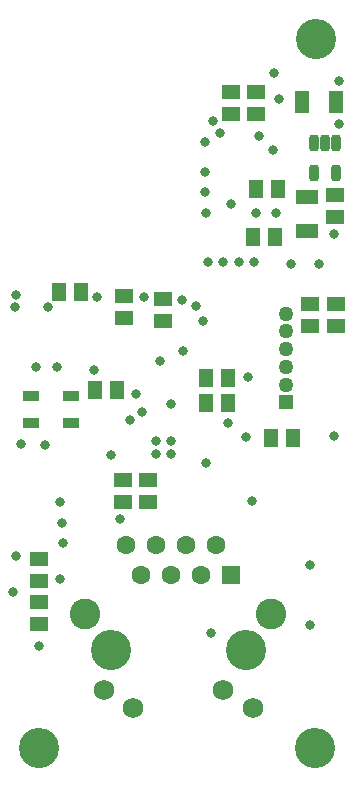
<source format=gbs>
G04*
G04 #@! TF.GenerationSoftware,Altium Limited,Altium Designer,20.0.10 (225)*
G04*
G04 Layer_Color=16711935*
%FSLAX25Y25*%
%MOIN*%
G70*
G01*
G75*
%ADD19R,0.04800X0.06300*%
%ADD20R,0.06300X0.04800*%
%ADD33R,0.05000X0.05000*%
%ADD34C,0.05000*%
%ADD35C,0.13398*%
%ADD36C,0.06824*%
%ADD37C,0.10249*%
%ADD38C,0.06304*%
%ADD39R,0.06304X0.06304*%
%ADD40C,0.03200*%
G04:AMPARAMS|DCode=85|XSize=55.64mil|YSize=31.23mil|CornerRadius=9.81mil|HoleSize=0mil|Usage=FLASHONLY|Rotation=270.000|XOffset=0mil|YOffset=0mil|HoleType=Round|Shape=RoundedRectangle|*
%AMROUNDEDRECTD85*
21,1,0.05564,0.01161,0,0,270.0*
21,1,0.03602,0.03123,0,0,270.0*
1,1,0.01961,-0.00581,-0.01801*
1,1,0.01961,-0.00581,0.01801*
1,1,0.01961,0.00581,0.01801*
1,1,0.01961,0.00581,-0.01801*
%
%ADD85ROUNDEDRECTD85*%
%ADD86R,0.07572X0.04934*%
%ADD87R,0.05600X0.03800*%
%ADD88R,0.04934X0.07572*%
D19*
X76200Y128172D02*
D03*
X68800D02*
D03*
X76200Y136500D02*
D03*
X68800D02*
D03*
X31800Y132500D02*
D03*
X39200D02*
D03*
X19800Y165000D02*
D03*
X27200D02*
D03*
X84300Y183500D02*
D03*
X91700D02*
D03*
X97700Y116500D02*
D03*
X90300D02*
D03*
X92700Y199300D02*
D03*
X85300D02*
D03*
D20*
X103500Y153800D02*
D03*
Y161200D02*
D03*
X49500Y95000D02*
D03*
Y102400D02*
D03*
X41172Y95000D02*
D03*
Y102400D02*
D03*
X41500Y156300D02*
D03*
Y163700D02*
D03*
X54500Y155300D02*
D03*
Y162700D02*
D03*
X13000Y68800D02*
D03*
Y76200D02*
D03*
X112000Y161200D02*
D03*
Y153800D02*
D03*
X77000Y231700D02*
D03*
Y224300D02*
D03*
X111700Y197369D02*
D03*
Y189969D02*
D03*
X13000Y54449D02*
D03*
Y61849D02*
D03*
X85500Y231700D02*
D03*
Y224300D02*
D03*
D33*
X95500Y128284D02*
D03*
D34*
Y151906D02*
D03*
Y157811D02*
D03*
Y140094D02*
D03*
Y134189D02*
D03*
Y146000D02*
D03*
D35*
X82000Y45791D02*
D03*
X37000D02*
D03*
X105500Y249500D02*
D03*
X13000Y13000D02*
D03*
X105000D02*
D03*
D36*
X34598Y32484D02*
D03*
X74500D02*
D03*
X44500Y26500D02*
D03*
X84402D02*
D03*
D37*
X90504Y57799D02*
D03*
X28496D02*
D03*
D38*
X42000Y80791D02*
D03*
X47000Y70791D02*
D03*
X52000Y80791D02*
D03*
X57000Y70791D02*
D03*
X62000Y80791D02*
D03*
X67000Y70791D02*
D03*
X72000Y80791D02*
D03*
D39*
X77000Y70791D02*
D03*
D40*
X40000Y89500D02*
D03*
X68843Y108067D02*
D03*
X97000Y174500D02*
D03*
X74565Y175194D02*
D03*
X69500D02*
D03*
X79629D02*
D03*
X84694D02*
D03*
X20000Y69500D02*
D03*
X21000Y81500D02*
D03*
X82226Y116726D02*
D03*
X67862Y155500D02*
D03*
X61000Y145500D02*
D03*
X106500Y174500D02*
D03*
X71000Y222000D02*
D03*
X82615Y136615D02*
D03*
X12000Y140000D02*
D03*
X43500Y122500D02*
D03*
X76000Y121500D02*
D03*
X84000Y95500D02*
D03*
X57226Y127774D02*
D03*
X53500Y142000D02*
D03*
X45500Y131000D02*
D03*
X7000Y114500D02*
D03*
X15000Y114000D02*
D03*
X47500Y125000D02*
D03*
X19000Y140000D02*
D03*
X31500Y139000D02*
D03*
X37000Y110779D02*
D03*
X20214Y95000D02*
D03*
X20617Y88117D02*
D03*
X57000Y115500D02*
D03*
X52000D02*
D03*
X57000Y111000D02*
D03*
X52000D02*
D03*
X49500Y102400D02*
D03*
X103500Y54000D02*
D03*
Y74000D02*
D03*
X111500Y117000D02*
D03*
X48000Y163500D02*
D03*
X60689Y162500D02*
D03*
X16000Y160000D02*
D03*
X68432Y205000D02*
D03*
X73500Y218000D02*
D03*
X5000Y160000D02*
D03*
X32500Y163500D02*
D03*
X77000Y194500D02*
D03*
X68432Y198500D02*
D03*
X5500Y164000D02*
D03*
X65500Y160500D02*
D03*
X92000Y191500D02*
D03*
X91000Y212500D02*
D03*
X13000Y47000D02*
D03*
X4500Y65000D02*
D03*
X5500Y77000D02*
D03*
X70500Y51500D02*
D03*
X113000Y235500D02*
D03*
X93000Y229500D02*
D03*
X91500Y238000D02*
D03*
X86500Y217000D02*
D03*
X85500Y191300D02*
D03*
X68500Y215000D02*
D03*
X111500Y184500D02*
D03*
X113000Y221000D02*
D03*
X68610Y191500D02*
D03*
D85*
X104760Y204809D02*
D03*
X112240Y214691D02*
D03*
X104760D02*
D03*
X108500D02*
D03*
X112240Y204809D02*
D03*
D86*
X102500Y196748D02*
D03*
Y185252D02*
D03*
D87*
X10400Y121500D02*
D03*
X23600D02*
D03*
X10400Y130500D02*
D03*
X23600D02*
D03*
D88*
X112248Y228500D02*
D03*
X100752D02*
D03*
M02*

</source>
